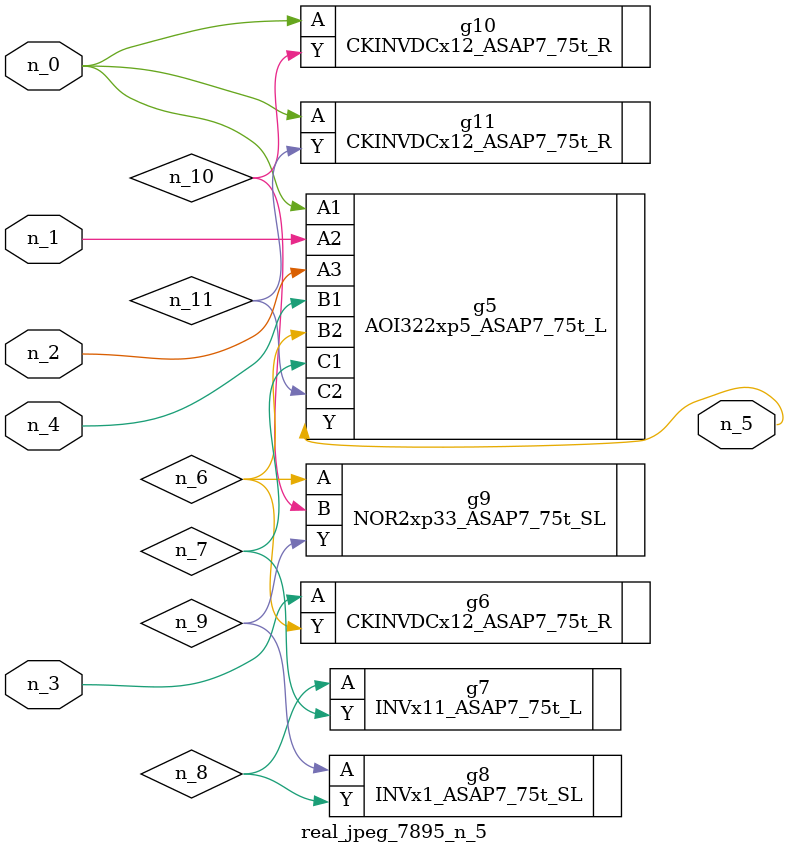
<source format=v>
module real_jpeg_7895_n_5 (n_4, n_0, n_1, n_2, n_3, n_5);

input n_4;
input n_0;
input n_1;
input n_2;
input n_3;

output n_5;

wire n_8;
wire n_11;
wire n_6;
wire n_7;
wire n_10;
wire n_9;

AOI322xp5_ASAP7_75t_L g5 ( 
.A1(n_0),
.A2(n_1),
.A3(n_2),
.B1(n_4),
.B2(n_6),
.C1(n_7),
.C2(n_11),
.Y(n_5)
);

CKINVDCx12_ASAP7_75t_R g10 ( 
.A(n_0),
.Y(n_10)
);

CKINVDCx12_ASAP7_75t_R g11 ( 
.A(n_0),
.Y(n_11)
);

CKINVDCx12_ASAP7_75t_R g6 ( 
.A(n_3),
.Y(n_6)
);

NOR2xp33_ASAP7_75t_SL g9 ( 
.A(n_6),
.B(n_10),
.Y(n_9)
);

INVx11_ASAP7_75t_L g7 ( 
.A(n_8),
.Y(n_7)
);

INVx1_ASAP7_75t_SL g8 ( 
.A(n_9),
.Y(n_8)
);


endmodule
</source>
